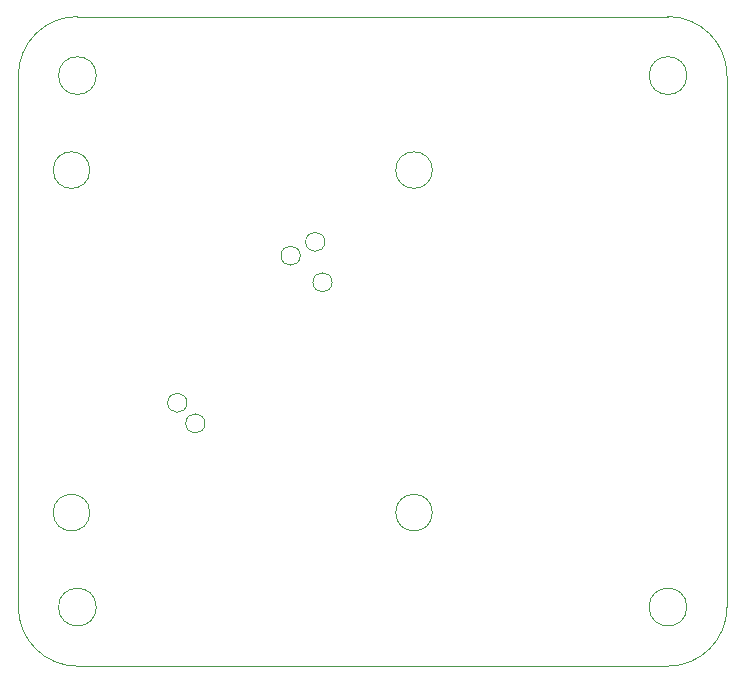
<source format=gbr>
G04 #@! TF.FileFunction,Profile,NP*
%FSLAX46Y46*%
G04 Gerber Fmt 4.6, Leading zero omitted, Abs format (unit mm)*
G04 Created by KiCad (PCBNEW 4.0.4-stable) date 07/06/18 21:54:16*
%MOMM*%
%LPD*%
G01*
G04 APERTURE LIST*
%ADD10C,0.100000*%
G04 APERTURE END LIST*
D10*
X159389997Y-66900003D02*
G75*
G02X164389997Y-71900003I0J-5000000D01*
G01*
X109389997Y-66900003D02*
X159389997Y-66900003D01*
X104389997Y-71900003D02*
G75*
G02X109389997Y-66900003I5000000J0D01*
G01*
X104389997Y-116900003D02*
X104389997Y-71900003D01*
X109389996Y-121900003D02*
G75*
G02X104389997Y-116900003I1J5000000D01*
G01*
X159389997Y-121900003D02*
X109389997Y-121900003D01*
X164389997Y-116900003D02*
G75*
G02X159389997Y-121900003I-5000000J0D01*
G01*
X164389997Y-71900003D02*
X164389997Y-116900003D01*
X160989997Y-116900003D02*
G75*
G03X160989997Y-116900003I-1600000J0D01*
G01*
X160989997Y-71900003D02*
G75*
G03X160989997Y-71900003I-1600000J0D01*
G01*
X110989997Y-71900003D02*
G75*
G03X110989997Y-71900003I-1600000J0D01*
G01*
X110989997Y-116900003D02*
G75*
G03X110989997Y-116900003I-1600000J0D01*
G01*
X139439997Y-108900003D02*
G75*
G03X139439997Y-108900003I-1550000J0D01*
G01*
X139439997Y-79900003D02*
G75*
G03X139439997Y-79900003I-1550000J0D01*
G01*
X110439997Y-108900003D02*
G75*
G03X110439997Y-108900003I-1550000J0D01*
G01*
X110439997Y-79900003D02*
G75*
G03X110439997Y-79900003I-1550000J0D01*
G01*
X128257797Y-87150003D02*
G75*
G03X128257797Y-87150003I-812800J0D01*
G01*
X130957794Y-89400003D02*
G75*
G03X130957794Y-89400003I-812800J0D01*
G01*
X130332794Y-85975000D02*
G75*
G03X130332794Y-85975000I-812800J0D01*
G01*
X118657799Y-99600000D02*
G75*
G03X118657799Y-99600000I-812800J0D01*
G01*
X120182800Y-101350000D02*
G75*
G03X120182800Y-101350000I-812800J0D01*
G01*
M02*

</source>
